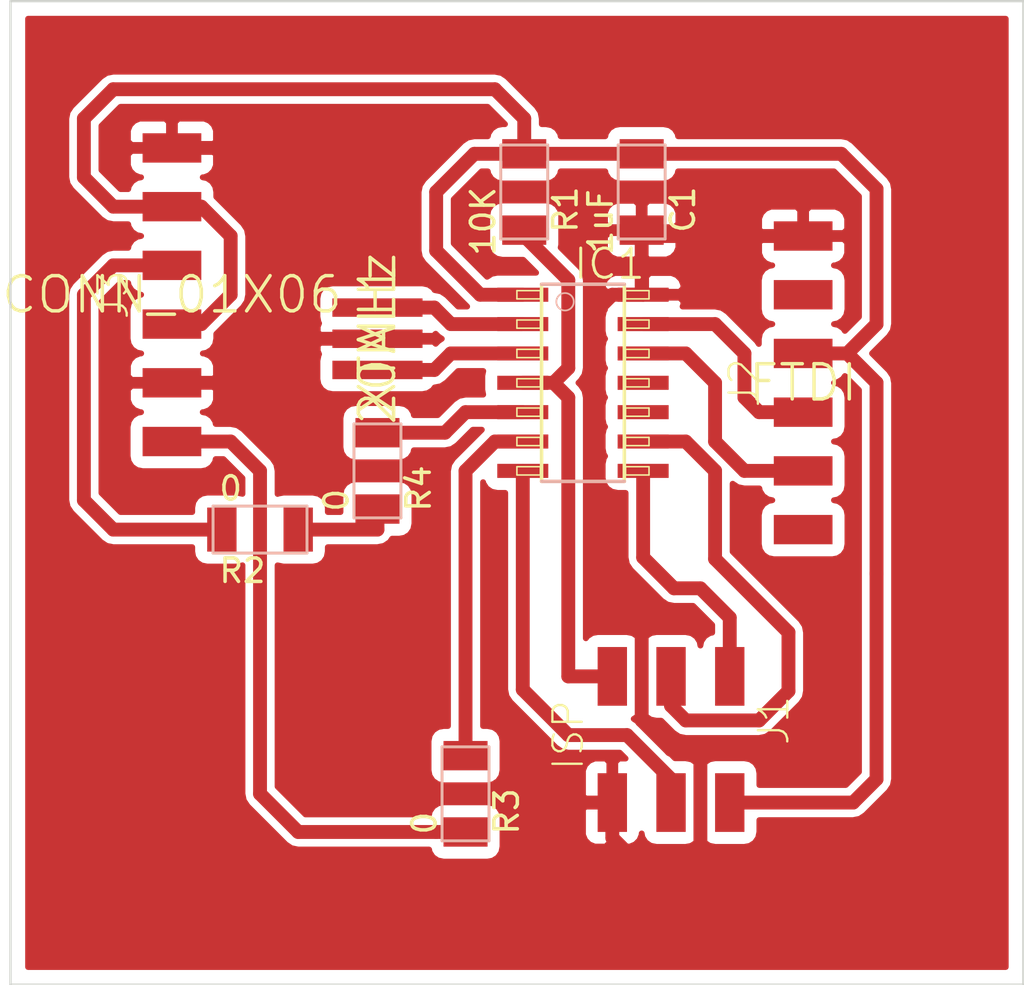
<source format=kicad_pcb>
(kicad_pcb (version 4) (host pcbnew 4.0.6-e0-6349~53~ubuntu14.04.1)

  (general
    (links 26)
    (no_connects 0)
    (area 141.994 45.669999 186.740001 88.315001)
    (thickness 1.6)
    (drawings 4)
    (tracks 124)
    (zones 0)
    (modules 10)
    (nets 20)
  )

  (page A4)
  (layers
    (0 F.Cu signal)
    (31 B.Cu signal)
    (32 B.Adhes user)
    (33 F.Adhes user)
    (34 B.Paste user)
    (35 F.Paste user)
    (36 B.SilkS user)
    (37 F.SilkS user)
    (38 B.Mask user)
    (39 F.Mask user)
    (40 Dwgs.User user)
    (41 Cmts.User user)
    (42 Eco1.User user)
    (43 Eco2.User user)
    (44 Edge.Cuts user)
    (45 Margin user)
    (46 B.CrtYd user)
    (47 F.CrtYd user)
    (48 B.Fab user)
    (49 F.Fab user)
  )

  (setup
    (last_trace_width 0.6)
    (trace_clearance 0.2)
    (zone_clearance 0.508)
    (zone_45_only no)
    (trace_min 0.2)
    (segment_width 0.2)
    (edge_width 0.1)
    (via_size 0.6)
    (via_drill 0.4)
    (via_min_size 0.4)
    (via_min_drill 0.3)
    (uvia_size 0.3)
    (uvia_drill 0.1)
    (uvias_allowed no)
    (uvia_min_size 0.2)
    (uvia_min_drill 0.1)
    (pcb_text_width 0.3)
    (pcb_text_size 1.5 1.5)
    (mod_edge_width 0.15)
    (mod_text_size 1 1)
    (mod_text_width 0.15)
    (pad_size 1.5 1.5)
    (pad_drill 0.6)
    (pad_to_mask_clearance 0)
    (aux_axis_origin 0 0)
    (visible_elements FFFFFF7F)
    (pcbplotparams
      (layerselection 0x00030_80000001)
      (usegerberextensions false)
      (excludeedgelayer true)
      (linewidth 0.100000)
      (plotframeref false)
      (viasonmask false)
      (mode 1)
      (useauxorigin false)
      (hpglpennumber 1)
      (hpglpenspeed 20)
      (hpglpendiameter 15)
      (hpglpenoverlay 2)
      (psnegative false)
      (psa4output false)
      (plotreference true)
      (plotvalue true)
      (plotinvisibletext false)
      (padsonsilk false)
      (subtractmaskfromsilk false)
      (outputformat 1)
      (mirror false)
      (drillshape 1)
      (scaleselection 1)
      (outputdirectory /home/crunchlab/Desktop/FA/13/source/flow/))
  )

  (net 0 "")
  (net 1 +5V)
  (net 2 GND)
  (net 3 XTAL1)
  (net 4 XTAL2)
  (net 5 RESET)
  (net 6 MOSI)
  (net 7 MISO)
  (net 8 SCK)
  (net 9 "Net-(IC1-Pad10)")
  (net 10 "Net-(IC1-Pad11)")
  (net 11 RX)
  (net 12 TX)
  (net 13 "Net-(J2-Pad2)")
  (net 14 "Net-(J2-Pad6)")
  (net 15 SERVO)
  (net 16 "Net-(J3-Pad3)")
  (net 17 FLOW)
  (net 18 "Net-(J3-Pad6)")
  (net 19 "Net-(R2-Pad1)")

  (net_class Default "Questo è il gruppo di collegamenti predefinito"
    (clearance 0.2)
    (trace_width 0.6)
    (via_dia 0.6)
    (via_drill 0.4)
    (uvia_dia 0.3)
    (uvia_drill 0.1)
    (add_net +5V)
    (add_net FLOW)
    (add_net GND)
    (add_net MISO)
    (add_net MOSI)
    (add_net "Net-(IC1-Pad10)")
    (add_net "Net-(IC1-Pad11)")
    (add_net "Net-(J2-Pad2)")
    (add_net "Net-(J2-Pad6)")
    (add_net "Net-(J3-Pad3)")
    (add_net "Net-(J3-Pad6)")
    (add_net "Net-(R2-Pad1)")
    (add_net RESET)
    (add_net RX)
    (add_net SCK)
    (add_net SERVO)
    (add_net TX)
    (add_net XTAL1)
    (add_net XTAL2)
  )

  (module FabInventory:fab-C1206FAB (layer F.Cu) (tedit 200000) (tstamp 58BF2DD6)
    (at 170.18 53.975 270)
    (path /58BDE84B)
    (attr smd)
    (fp_text reference C1 (at 0.762 -1.778 270) (layer F.SilkS)
      (effects (font (size 1.016 1.016) (thickness 0.1524)))
    )
    (fp_text value 1uF (at 1.27 1.778 270) (layer F.SilkS)
      (effects (font (size 1.016 1.016) (thickness 0.1524)))
    )
    (fp_line (start -2.032 -1.016) (end 2.032 -1.016) (layer B.SilkS) (width 0.127))
    (fp_line (start 2.032 -1.016) (end 2.032 1.016) (layer B.SilkS) (width 0.127))
    (fp_line (start 2.032 1.016) (end -2.032 1.016) (layer B.SilkS) (width 0.127))
    (fp_line (start -2.032 1.016) (end -2.032 -1.016) (layer B.SilkS) (width 0.127))
    (pad 1 smd rect (at -1.651 0 270) (size 1.27 1.905) (layers F.Cu F.Paste F.Mask)
      (net 1 +5V))
    (pad 2 smd rect (at 1.651 0 270) (size 1.27 1.905) (layers F.Cu F.Paste F.Mask)
      (net 2 GND))
  )

  (module FabInventory:fab-SOIC14 (layer F.Cu) (tedit 58BF2F6E) (tstamp 58BF2E2F)
    (at 167.64 62.23 270)
    (descr "SMALL OUTLINE PACKAGE")
    (tags "SMALL OUTLINE PACKAGE")
    (path /58BDE5BD)
    (attr smd)
    (fp_text reference IC1 (at -5.1435 -1.143 360) (layer F.SilkS)
      (effects (font (size 1.27 1.27) (thickness 0.127)))
    )
    (fp_text value ATTINY84-SSU (at 1.27 0.0635 270) (layer F.SilkS) hide
      (effects (font (size 1.27 1.27) (thickness 0.127)))
    )
    (fp_line (start -3.9878 -1.8415) (end -3.62966 -1.8415) (layer F.SilkS) (width 0.06604))
    (fp_line (start -3.62966 -1.8415) (end -3.62966 -2.8575) (layer F.SilkS) (width 0.06604))
    (fp_line (start -3.9878 -2.8575) (end -3.62966 -2.8575) (layer F.SilkS) (width 0.06604))
    (fp_line (start -3.9878 -1.8415) (end -3.9878 -2.8575) (layer F.SilkS) (width 0.06604))
    (fp_line (start -2.7178 -1.8415) (end -2.3622 -1.8415) (layer F.SilkS) (width 0.06604))
    (fp_line (start -2.3622 -1.8415) (end -2.3622 -2.8575) (layer F.SilkS) (width 0.06604))
    (fp_line (start -2.7178 -2.8575) (end -2.3622 -2.8575) (layer F.SilkS) (width 0.06604))
    (fp_line (start -2.7178 -1.8415) (end -2.7178 -2.8575) (layer F.SilkS) (width 0.06604))
    (fp_line (start -1.4478 -1.8415) (end -1.08966 -1.8415) (layer F.SilkS) (width 0.06604))
    (fp_line (start -1.08966 -1.8415) (end -1.08966 -2.8575) (layer F.SilkS) (width 0.06604))
    (fp_line (start -1.4478 -2.8575) (end -1.08966 -2.8575) (layer F.SilkS) (width 0.06604))
    (fp_line (start -1.4478 -1.8415) (end -1.4478 -2.8575) (layer F.SilkS) (width 0.06604))
    (fp_line (start -0.1778 -1.8415) (end 0.1778 -1.8415) (layer F.SilkS) (width 0.06604))
    (fp_line (start 0.1778 -1.8415) (end 0.1778 -2.8575) (layer F.SilkS) (width 0.06604))
    (fp_line (start -0.1778 -2.8575) (end 0.1778 -2.8575) (layer F.SilkS) (width 0.06604))
    (fp_line (start -0.1778 -1.8415) (end -0.1778 -2.8575) (layer F.SilkS) (width 0.06604))
    (fp_line (start 1.08966 -1.8415) (end 1.4478 -1.8415) (layer F.SilkS) (width 0.06604))
    (fp_line (start 1.4478 -1.8415) (end 1.4478 -2.8575) (layer F.SilkS) (width 0.06604))
    (fp_line (start 1.08966 -2.8575) (end 1.4478 -2.8575) (layer F.SilkS) (width 0.06604))
    (fp_line (start 1.08966 -1.8415) (end 1.08966 -2.8575) (layer F.SilkS) (width 0.06604))
    (fp_line (start 2.3622 -1.8415) (end 2.7178 -1.8415) (layer F.SilkS) (width 0.06604))
    (fp_line (start 2.7178 -1.8415) (end 2.7178 -2.8575) (layer F.SilkS) (width 0.06604))
    (fp_line (start 2.3622 -2.8575) (end 2.7178 -2.8575) (layer F.SilkS) (width 0.06604))
    (fp_line (start 2.3622 -1.8415) (end 2.3622 -2.8575) (layer F.SilkS) (width 0.06604))
    (fp_line (start 3.62966 -1.8415) (end 3.9878 -1.8415) (layer F.SilkS) (width 0.06604))
    (fp_line (start 3.9878 -1.8415) (end 3.9878 -2.8575) (layer F.SilkS) (width 0.06604))
    (fp_line (start 3.62966 -2.8575) (end 3.9878 -2.8575) (layer F.SilkS) (width 0.06604))
    (fp_line (start 3.62966 -1.8415) (end 3.62966 -2.8575) (layer F.SilkS) (width 0.06604))
    (fp_line (start 3.62966 2.8575) (end 3.9878 2.8575) (layer F.SilkS) (width 0.06604))
    (fp_line (start 3.9878 2.8575) (end 3.9878 1.8415) (layer F.SilkS) (width 0.06604))
    (fp_line (start 3.62966 1.8415) (end 3.9878 1.8415) (layer F.SilkS) (width 0.06604))
    (fp_line (start 3.62966 2.8575) (end 3.62966 1.8415) (layer F.SilkS) (width 0.06604))
    (fp_line (start 2.3622 2.8575) (end 2.7178 2.8575) (layer F.SilkS) (width 0.06604))
    (fp_line (start 2.7178 2.8575) (end 2.7178 1.8415) (layer F.SilkS) (width 0.06604))
    (fp_line (start 2.3622 1.8415) (end 2.7178 1.8415) (layer F.SilkS) (width 0.06604))
    (fp_line (start 2.3622 2.8575) (end 2.3622 1.8415) (layer F.SilkS) (width 0.06604))
    (fp_line (start 1.08966 2.8575) (end 1.4478 2.8575) (layer F.SilkS) (width 0.06604))
    (fp_line (start 1.4478 2.8575) (end 1.4478 1.8415) (layer F.SilkS) (width 0.06604))
    (fp_line (start 1.08966 1.8415) (end 1.4478 1.8415) (layer F.SilkS) (width 0.06604))
    (fp_line (start 1.08966 2.8575) (end 1.08966 1.8415) (layer F.SilkS) (width 0.06604))
    (fp_line (start -0.1778 2.8575) (end 0.1778 2.8575) (layer F.SilkS) (width 0.06604))
    (fp_line (start 0.1778 2.8575) (end 0.1778 1.8415) (layer F.SilkS) (width 0.06604))
    (fp_line (start -0.1778 1.8415) (end 0.1778 1.8415) (layer F.SilkS) (width 0.06604))
    (fp_line (start -0.1778 2.8575) (end -0.1778 1.8415) (layer F.SilkS) (width 0.06604))
    (fp_line (start -1.4478 2.8575) (end -1.08966 2.8575) (layer F.SilkS) (width 0.06604))
    (fp_line (start -1.08966 2.8575) (end -1.08966 1.8415) (layer F.SilkS) (width 0.06604))
    (fp_line (start -1.4478 1.8415) (end -1.08966 1.8415) (layer F.SilkS) (width 0.06604))
    (fp_line (start -1.4478 2.8575) (end -1.4478 1.8415) (layer F.SilkS) (width 0.06604))
    (fp_line (start -2.7178 2.8575) (end -2.3622 2.8575) (layer F.SilkS) (width 0.06604))
    (fp_line (start -2.3622 2.8575) (end -2.3622 1.8415) (layer F.SilkS) (width 0.06604))
    (fp_line (start -2.7178 1.8415) (end -2.3622 1.8415) (layer F.SilkS) (width 0.06604))
    (fp_line (start -2.7178 2.8575) (end -2.7178 1.8415) (layer F.SilkS) (width 0.06604))
    (fp_line (start -3.9878 2.8575) (end -3.62966 2.8575) (layer F.SilkS) (width 0.06604))
    (fp_line (start -3.62966 2.8575) (end -3.62966 1.8415) (layer F.SilkS) (width 0.06604))
    (fp_line (start -3.9878 1.8415) (end -3.62966 1.8415) (layer F.SilkS) (width 0.06604))
    (fp_line (start -3.9878 2.8575) (end -3.9878 1.8415) (layer F.SilkS) (width 0.06604))
    (fp_line (start -4.26466 1.7907) (end 4.26466 1.7907) (layer F.SilkS) (width 0.1524))
    (fp_line (start 4.26466 1.7907) (end 4.26466 -1.7907) (layer B.SilkS) (width 0.1524))
    (fp_line (start 4.26466 -1.7907) (end -4.26466 -1.7907) (layer F.SilkS) (width 0.1524))
    (fp_line (start -4.26466 -1.7907) (end -4.26466 1.7907) (layer B.SilkS) (width 0.1524))
    (fp_circle (center -3.5052 0.7747) (end -3.7719 1.0414) (layer B.SilkS) (width 0.0762))
    (pad 1 smd rect (at -3.81 2.6035 270) (size 0.6096 2.20726) (layers F.Cu F.Paste F.Mask)
      (net 1 +5V))
    (pad 2 smd rect (at -2.54 2.6035 270) (size 0.6096 2.20726) (layers F.Cu F.Paste F.Mask)
      (net 3 XTAL1))
    (pad 3 smd rect (at -1.27 2.6035 270) (size 0.6096 2.20726) (layers F.Cu F.Paste F.Mask)
      (net 4 XTAL2))
    (pad 4 smd rect (at 0 2.6035 270) (size 0.6096 2.20726) (layers F.Cu F.Paste F.Mask)
      (net 5 RESET))
    (pad 5 smd rect (at 1.27 2.6035 270) (size 0.6096 2.20726) (layers F.Cu F.Paste F.Mask)
      (net 15 SERVO))
    (pad 6 smd rect (at 2.54 2.6035 270) (size 0.6096 2.20726) (layers F.Cu F.Paste F.Mask)
      (net 17 FLOW))
    (pad 7 smd rect (at 3.81 2.6035 270) (size 0.6096 2.20726) (layers F.Cu F.Paste F.Mask)
      (net 6 MOSI))
    (pad 8 smd rect (at 3.81 -2.6035 270) (size 0.6096 2.20726) (layers F.Cu F.Paste F.Mask)
      (net 7 MISO))
    (pad 9 smd rect (at 2.54 -2.6035 270) (size 0.6096 2.20726) (layers F.Cu F.Paste F.Mask)
      (net 8 SCK))
    (pad 10 smd rect (at 1.27 -2.6035 270) (size 0.6096 2.20726) (layers F.Cu F.Paste F.Mask)
      (net 9 "Net-(IC1-Pad10)"))
    (pad 11 smd rect (at 0 -2.6035 270) (size 0.6096 2.20726) (layers F.Cu F.Paste F.Mask)
      (net 10 "Net-(IC1-Pad11)"))
    (pad 12 smd rect (at -1.27 -2.6035 270) (size 0.6096 2.20726) (layers F.Cu F.Paste F.Mask)
      (net 11 RX))
    (pad 13 smd rect (at -2.54 -2.6035 270) (size 0.6096 2.20726) (layers F.Cu F.Paste F.Mask)
      (net 12 TX))
    (pad 14 smd rect (at -3.81 -2.6035 270) (size 0.6096 2.20726) (layers F.Cu F.Paste F.Mask)
      (net 2 GND))
  )

  (module FabInventory:fab-2X03SMD (layer F.Cu) (tedit 200000) (tstamp 58BF2E39)
    (at 171.45 77.47 270)
    (path /58BDE89B)
    (attr smd)
    (fp_text reference J1 (at -0.635 -4.445 270) (layer F.SilkS)
      (effects (font (size 1.27 1.27) (thickness 0.1016)))
    )
    (fp_text value ISP (at 0 4.445 270) (layer F.SilkS)
      (effects (font (size 1.27 1.27) (thickness 0.1016)))
    )
    (pad 1 smd rect (at -2.54 -2.54 270) (size 2.54 1.27) (layers F.Cu F.Paste F.Mask)
      (net 7 MISO))
    (pad 2 smd rect (at 2.91846 -2.54 270) (size 2.54 1.27) (layers F.Cu F.Paste F.Mask)
      (net 1 +5V))
    (pad 3 smd rect (at -2.54 0 270) (size 2.54 1.27) (layers F.Cu F.Paste F.Mask)
      (net 8 SCK))
    (pad 4 smd rect (at 2.91846 0 270) (size 2.54 1.27) (layers F.Cu F.Paste F.Mask)
      (net 6 MOSI))
    (pad 5 smd rect (at -2.54 2.54 270) (size 2.54 1.27) (layers F.Cu F.Paste F.Mask)
      (net 5 RESET))
    (pad 6 smd rect (at 2.91846 2.54 270) (size 2.54 1.27) (layers F.Cu F.Paste F.Mask)
      (net 2 GND))
  )

  (module FabInventory:fab-1X06SMD (layer F.Cu) (tedit 200000) (tstamp 58BF2E43)
    (at 177.165 62.23)
    (path /58BDE975)
    (attr smd)
    (fp_text reference J2 (at -2.54 0 90) (layer F.SilkS)
      (effects (font (size 1.27 1.27) (thickness 0.1016)))
    )
    (fp_text value FTDI (at 0 0) (layer F.SilkS)
      (effects (font (thickness 0.15)))
    )
    (pad 1 smd rect (at 0 -6.35) (size 2.54 1.27) (layers F.Cu F.Paste F.Mask)
      (net 2 GND))
    (pad 2 smd rect (at 0 -3.81) (size 2.54 1.27) (layers F.Cu F.Paste F.Mask)
      (net 13 "Net-(J2-Pad2)"))
    (pad 3 smd rect (at 0 -1.27) (size 2.54 1.27) (layers F.Cu F.Paste F.Mask)
      (net 1 +5V))
    (pad 4 smd rect (at 0 1.27) (size 2.54 1.27) (layers F.Cu F.Paste F.Mask)
      (net 12 TX))
    (pad 5 smd rect (at 0 3.81) (size 2.54 1.27) (layers F.Cu F.Paste F.Mask)
      (net 11 RX))
    (pad 6 smd rect (at 0 6.35) (size 2.54 1.27) (layers F.Cu F.Paste F.Mask)
      (net 14 "Net-(J2-Pad6)"))
  )

  (module FabInventory:fab-R1206FAB (layer F.Cu) (tedit 200000) (tstamp 58BF2E4D)
    (at 165.1 53.975 270)
    (path /58BDE73D)
    (attr smd)
    (fp_text reference R1 (at 0.762 -1.778 270) (layer F.SilkS)
      (effects (font (size 1.016 1.016) (thickness 0.1524)))
    )
    (fp_text value 10K (at 1.27 1.778 270) (layer F.SilkS)
      (effects (font (size 1.016 1.016) (thickness 0.1524)))
    )
    (fp_line (start -2.032 -1.016) (end 2.032 -1.016) (layer B.SilkS) (width 0.127))
    (fp_line (start 2.032 -1.016) (end 2.032 1.016) (layer B.SilkS) (width 0.127))
    (fp_line (start 2.032 1.016) (end -2.032 1.016) (layer B.SilkS) (width 0.127))
    (fp_line (start -2.032 1.016) (end -2.032 -1.016) (layer B.SilkS) (width 0.127))
    (pad 1 smd rect (at -1.651 0 270) (size 1.27 1.905) (layers F.Cu F.Paste F.Mask)
      (net 1 +5V))
    (pad 2 smd rect (at 1.651 0 270) (size 1.27 1.905) (layers F.Cu F.Paste F.Mask)
      (net 5 RESET))
  )

  (module FabInventory:fab-EFOBM (layer F.Cu) (tedit 200000) (tstamp 58BF2E9C)
    (at 158.75 60.325 270)
    (path /58BDE91A)
    (attr smd)
    (fp_text reference XTAL1 (at 0 0 270) (layer F.SilkS)
      (effects (font (thickness 0.15)))
    )
    (fp_text value 20MHz (at 0 0 270) (layer F.SilkS)
      (effects (font (thickness 0.15)))
    )
    (pad 1 smd rect (at -1.34874 0) (size 3.8989 0.79756) (layers F.Cu F.Paste F.Mask)
      (net 3 XTAL1))
    (pad 2 smd rect (at 0 0 180) (size 3.8989 0.79756) (layers F.Cu F.Paste F.Mask)
      (net 2 GND))
    (pad 3 smd rect (at 1.34874 0 180) (size 3.8989 0.79756) (layers F.Cu F.Paste F.Mask)
      (net 4 XTAL2))
  )

  (module fab:fab-1X06SMD (layer F.Cu) (tedit 200000) (tstamp 58E41379)
    (at 149.86 58.42)
    (path /5908FE69)
    (attr smd)
    (fp_text reference J3 (at -2.54 0 90) (layer F.SilkS)
      (effects (font (size 1.27 1.27) (thickness 0.1016)))
    )
    (fp_text value CONN_01X06 (at 0 0) (layer F.SilkS)
      (effects (font (thickness 0.15)))
    )
    (pad 1 smd rect (at 0 -6.35) (size 2.54 1.27) (layers F.Cu F.Paste F.Mask)
      (net 2 GND))
    (pad 2 smd rect (at 0 -3.81) (size 2.54 1.27) (layers F.Cu F.Paste F.Mask)
      (net 1 +5V))
    (pad 3 smd rect (at 0 -1.27) (size 2.54 1.27) (layers F.Cu F.Paste F.Mask)
      (net 16 "Net-(J3-Pad3)"))
    (pad 4 smd rect (at 0 1.27) (size 2.54 1.27) (layers F.Cu F.Paste F.Mask)
      (net 1 +5V))
    (pad 5 smd rect (at 0 3.81) (size 2.54 1.27) (layers F.Cu F.Paste F.Mask)
      (net 2 GND))
    (pad 6 smd rect (at 0 6.35) (size 2.54 1.27) (layers F.Cu F.Paste F.Mask)
      (net 18 "Net-(J3-Pad6)"))
  )

  (module fab:fab-R1206FAB (layer F.Cu) (tedit 200000) (tstamp 58E4137F)
    (at 153.67 68.58 180)
    (path /58E419E7)
    (attr smd)
    (fp_text reference R2 (at 0.762 -1.778 180) (layer F.SilkS)
      (effects (font (size 1.016 1.016) (thickness 0.1524)))
    )
    (fp_text value 0 (at 1.27 1.778 180) (layer F.SilkS)
      (effects (font (size 1.016 1.016) (thickness 0.1524)))
    )
    (fp_line (start -2.032 -1.016) (end 2.032 -1.016) (layer B.SilkS) (width 0.127))
    (fp_line (start 2.032 -1.016) (end 2.032 1.016) (layer B.SilkS) (width 0.127))
    (fp_line (start 2.032 1.016) (end -2.032 1.016) (layer B.SilkS) (width 0.127))
    (fp_line (start -2.032 1.016) (end -2.032 -1.016) (layer B.SilkS) (width 0.127))
    (pad 1 smd rect (at -1.651 0 180) (size 1.27 1.905) (layers F.Cu F.Paste F.Mask)
      (net 19 "Net-(R2-Pad1)"))
    (pad 2 smd rect (at 1.651 0 180) (size 1.27 1.905) (layers F.Cu F.Paste F.Mask)
      (net 16 "Net-(J3-Pad3)"))
  )

  (module fab:fab-R1206FAB (layer F.Cu) (tedit 200000) (tstamp 5908F78A)
    (at 162.56 80.01 270)
    (path /5908FA1D)
    (attr smd)
    (fp_text reference R3 (at 0.762 -1.778 270) (layer F.SilkS)
      (effects (font (size 1.016 1.016) (thickness 0.1524)))
    )
    (fp_text value 0 (at 1.27 1.778 270) (layer F.SilkS)
      (effects (font (size 1.016 1.016) (thickness 0.1524)))
    )
    (fp_line (start -2.032 -1.016) (end 2.032 -1.016) (layer B.SilkS) (width 0.127))
    (fp_line (start 2.032 -1.016) (end 2.032 1.016) (layer B.SilkS) (width 0.127))
    (fp_line (start 2.032 1.016) (end -2.032 1.016) (layer B.SilkS) (width 0.127))
    (fp_line (start -2.032 1.016) (end -2.032 -1.016) (layer B.SilkS) (width 0.127))
    (pad 1 smd rect (at -1.651 0 270) (size 1.27 1.905) (layers F.Cu F.Paste F.Mask)
      (net 17 FLOW))
    (pad 2 smd rect (at 1.651 0 270) (size 1.27 1.905) (layers F.Cu F.Paste F.Mask)
      (net 18 "Net-(J3-Pad6)"))
  )

  (module fab:fab-R1206FAB (layer F.Cu) (tedit 200000) (tstamp 5908F790)
    (at 158.75 66.04 270)
    (path /5908FD41)
    (attr smd)
    (fp_text reference R4 (at 0.762 -1.778 270) (layer F.SilkS)
      (effects (font (size 1.016 1.016) (thickness 0.1524)))
    )
    (fp_text value 0 (at 1.27 1.778 270) (layer F.SilkS)
      (effects (font (size 1.016 1.016) (thickness 0.1524)))
    )
    (fp_line (start -2.032 -1.016) (end 2.032 -1.016) (layer B.SilkS) (width 0.127))
    (fp_line (start 2.032 -1.016) (end 2.032 1.016) (layer B.SilkS) (width 0.127))
    (fp_line (start 2.032 1.016) (end -2.032 1.016) (layer B.SilkS) (width 0.127))
    (fp_line (start -2.032 1.016) (end -2.032 -1.016) (layer B.SilkS) (width 0.127))
    (pad 1 smd rect (at -1.651 0 270) (size 1.27 1.905) (layers F.Cu F.Paste F.Mask)
      (net 15 SERVO))
    (pad 2 smd rect (at 1.651 0 270) (size 1.27 1.905) (layers F.Cu F.Paste F.Mask)
      (net 19 "Net-(R2-Pad1)"))
  )

  (gr_line (start 142.875 88.265) (end 142.875 45.72) (angle 90) (layer Edge.Cuts) (width 0.1))
  (gr_line (start 186.69 88.265) (end 142.875 88.265) (angle 90) (layer Edge.Cuts) (width 0.1))
  (gr_line (start 186.69 45.72) (end 186.69 88.265) (angle 90) (layer Edge.Cuts) (width 0.1))
  (gr_line (start 142.875 45.72) (end 186.69 45.72) (angle 90) (layer Edge.Cuts) (width 0.1))

  (segment (start 149.86 54.61) (end 151.13 54.61) (width 0.6) (layer F.Cu) (net 1))
  (segment (start 151.13 54.61) (end 152.4 55.88) (width 0.6) (layer F.Cu) (net 1) (tstamp 5908FA02))
  (segment (start 152.4 58.42) (end 151.13 59.69) (width 0.6) (layer F.Cu) (net 1) (tstamp 5908FA08))
  (segment (start 152.4 55.88) (end 152.4 58.42) (width 0.6) (layer F.Cu) (net 1) (tstamp 5908FA05))
  (segment (start 151.13 59.69) (end 149.86 59.69) (width 0.6) (layer F.Cu) (net 1) (tstamp 5908FA0B))
  (segment (start 149.86 54.61) (end 147.32 54.61) (width 0.6) (layer F.Cu) (net 1))
  (segment (start 165.1 50.8) (end 165.1 52.324) (width 0.6) (layer F.Cu) (net 1) (tstamp 58E4144A))
  (segment (start 163.83 49.53) (end 165.1 50.8) (width 0.6) (layer F.Cu) (net 1) (tstamp 58E41448))
  (segment (start 147.32 49.53) (end 163.83 49.53) (width 0.6) (layer F.Cu) (net 1) (tstamp 58E41443))
  (segment (start 146.05 50.8) (end 147.32 49.53) (width 0.6) (layer F.Cu) (net 1) (tstamp 58E41441))
  (segment (start 146.05 53.34) (end 146.05 50.8) (width 0.6) (layer F.Cu) (net 1) (tstamp 58E4143F))
  (segment (start 147.32 54.61) (end 146.05 53.34) (width 0.6) (layer F.Cu) (net 1) (tstamp 58E4143C))
  (segment (start 180.34 70.485) (end 180.34 79.375) (width 0.6) (layer F.Cu) (net 1))
  (segment (start 180.34 62.23) (end 180.34 70.485) (width 0.6) (layer F.Cu) (net 1) (tstamp 58BF334A))
  (segment (start 179.07 60.96) (end 180.34 62.23) (width 0.6) (layer F.Cu) (net 1) (tstamp 58BF3348))
  (segment (start 179.32654 80.38846) (end 173.99 80.38846) (width 0.6) (layer F.Cu) (net 1) (tstamp 58BF33C5))
  (segment (start 180.34 79.375) (end 179.32654 80.38846) (width 0.6) (layer F.Cu) (net 1) (tstamp 58BF33C1))
  (segment (start 177.165 60.96) (end 179.07 60.96) (width 0.6) (layer F.Cu) (net 1))
  (segment (start 170.18 52.324) (end 178.816 52.324) (width 0.6) (layer F.Cu) (net 1))
  (segment (start 180.34 59.69) (end 179.07 60.96) (width 0.6) (layer F.Cu) (net 1) (tstamp 58BF3326))
  (segment (start 180.34 53.848) (end 180.34 59.69) (width 0.6) (layer F.Cu) (net 1) (tstamp 58BF3325))
  (segment (start 178.816 52.324) (end 180.34 53.848) (width 0.6) (layer F.Cu) (net 1) (tstamp 58BF3324))
  (segment (start 165.1 52.324) (end 170.18 52.324) (width 0.6) (layer F.Cu) (net 1))
  (segment (start 162.941 52.324) (end 165.1 52.324) (width 0.6) (layer F.Cu) (net 1) (tstamp 58BF32ED))
  (segment (start 161.29 53.975) (end 162.941 52.324) (width 0.6) (layer F.Cu) (net 1) (tstamp 58BF32EB))
  (segment (start 161.29 56.515) (end 161.29 53.975) (width 0.6) (layer F.Cu) (net 1) (tstamp 58BF32E9))
  (segment (start 163.195 58.42) (end 161.29 56.515) (width 0.6) (layer F.Cu) (net 1) (tstamp 58BF32E7))
  (segment (start 165.0365 58.42) (end 163.195 58.42) (width 0.6) (layer F.Cu) (net 1))
  (segment (start 170.18 55.626) (end 170.18 58.3565) (width 0.6) (layer F.Cu) (net 2))
  (segment (start 161.29 67.31) (end 160.02 66.04) (width 0.6) (layer F.Cu) (net 2))
  (segment (start 160.02 66.04) (end 156.21 66.04) (width 0.6) (layer F.Cu) (net 2) (tstamp 5908F9E8))
  (segment (start 156.21 66.04) (end 153.67 63.5) (width 0.6) (layer F.Cu) (net 2) (tstamp 5908F9E9))
  (segment (start 153.67 63.5) (end 153.67 62.23) (width 0.6) (layer F.Cu) (net 2) (tstamp 5908F9EB))
  (segment (start 168.91 80.38846) (end 166.74846 80.38846) (width 0.6) (layer F.Cu) (net 2))
  (segment (start 161.29 71.12) (end 161.29 67.31) (width 0.6) (layer F.Cu) (net 2) (tstamp 5908F9A1))
  (segment (start 158.75 73.66) (end 161.29 71.12) (width 0.6) (layer F.Cu) (net 2) (tstamp 5908F999))
  (segment (start 158.75 78.74) (end 158.75 73.66) (width 0.6) (layer F.Cu) (net 2) (tstamp 5908F993))
  (segment (start 160.02 80.01) (end 158.75 78.74) (width 0.6) (layer F.Cu) (net 2) (tstamp 5908F98E))
  (segment (start 166.37 80.01) (end 160.02 80.01) (width 0.6) (layer F.Cu) (net 2) (tstamp 5908F985))
  (segment (start 166.74846 80.38846) (end 166.37 80.01) (width 0.6) (layer F.Cu) (net 2) (tstamp 5908F97F))
  (segment (start 172.72 82.55) (end 169.545 82.55) (width 0.6) (layer F.Cu) (net 2) (tstamp 58BF34C3))
  (segment (start 169.545 82.55) (end 168.91 81.915) (width 0.6) (layer F.Cu) (net 2) (tstamp 58BF34CD))
  (segment (start 168.91 81.915) (end 168.91 80.38846) (width 0.6) (layer F.Cu) (net 2) (tstamp 58BF34D7))
  (segment (start 153.67 62.23) (end 149.86 62.23) (width 0.6) (layer F.Cu) (net 2))
  (segment (start 153.67 62.23) (end 155.575 60.325) (width 0.6) (layer F.Cu) (net 2) (tstamp 5908F9EC))
  (segment (start 158.75 60.325) (end 155.575 60.325) (width 0.6) (layer F.Cu) (net 2))
  (segment (start 155.575 60.325) (end 153.67 58.42) (width 0.6) (layer F.Cu) (net 2) (tstamp 58E4140C))
  (segment (start 153.67 58.42) (end 153.67 53.34) (width 0.6) (layer F.Cu) (net 2) (tstamp 58E41411))
  (segment (start 153.67 53.34) (end 152.4 52.07) (width 0.6) (layer F.Cu) (net 2) (tstamp 58E41413))
  (segment (start 152.4 52.07) (end 149.86 52.07) (width 0.6) (layer F.Cu) (net 2) (tstamp 58E41419))
  (segment (start 177.165 55.88) (end 170.434 55.88) (width 0.6) (layer F.Cu) (net 2))
  (segment (start 170.434 55.88) (end 170.18 55.626) (width 0.6) (layer F.Cu) (net 2) (tstamp 58BF3321))
  (segment (start 171.45 78.105) (end 172.72 78.105) (width 0.6) (layer F.Cu) (net 2) (tstamp 58BF34AB))
  (segment (start 172.72 78.105) (end 172.72 82.55) (width 0.6) (layer F.Cu) (net 2) (tstamp 58BF34C0))
  (segment (start 170.18 76.835) (end 171.45 78.105) (width 0.6) (layer F.Cu) (net 2))
  (segment (start 170.18 73.025) (end 170.18 76.835) (width 0.6) (layer F.Cu) (net 2) (tstamp 58BF3499))
  (segment (start 168.275 69.85) (end 168.275 71.12) (width 0.6) (layer F.Cu) (net 2))
  (segment (start 168.275 59.055) (end 168.275 69.85) (width 0.6) (layer F.Cu) (net 2) (tstamp 58BF3353))
  (segment (start 168.275 71.12) (end 170.18 73.025) (width 0.6) (layer F.Cu) (net 2) (tstamp 58BF3493))
  (segment (start 168.91 58.42) (end 168.275 59.055) (width 0.6) (layer F.Cu) (net 2) (tstamp 58BF3352))
  (segment (start 170.2435 58.42) (end 168.91 58.42) (width 0.6) (layer F.Cu) (net 2))
  (segment (start 170.18 58.3565) (end 170.2435 58.42) (width 0.6) (layer F.Cu) (net 2) (tstamp 58BF32F4))
  (segment (start 158.75 58.97626) (end 161.21126 58.97626) (width 0.6) (layer F.Cu) (net 3))
  (segment (start 161.925 59.69) (end 165.0365 59.69) (width 0.6) (layer F.Cu) (net 3) (tstamp 58BF3306))
  (segment (start 161.21126 58.97626) (end 161.925 59.69) (width 0.6) (layer F.Cu) (net 3) (tstamp 58BF3305))
  (segment (start 158.75 61.67374) (end 161.21126 61.67374) (width 0.6) (layer F.Cu) (net 4))
  (segment (start 161.925 60.96) (end 165.0365 60.96) (width 0.6) (layer F.Cu) (net 4) (tstamp 58BF330A))
  (segment (start 161.21126 61.67374) (end 161.925 60.96) (width 0.6) (layer F.Cu) (net 4) (tstamp 58BF3309))
  (segment (start 165.0365 62.23) (end 166.37 62.23) (width 0.6) (layer F.Cu) (net 5))
  (segment (start 166.37 62.23) (end 167.005 62.865) (width 0.6) (layer F.Cu) (net 5) (tstamp 58BF3453))
  (segment (start 167.005 74.93) (end 168.91 74.93) (width 0.6) (layer F.Cu) (net 5) (tstamp 58BF3459))
  (segment (start 167.005 62.865) (end 167.005 74.93) (width 0.6) (layer F.Cu) (net 5) (tstamp 58BF3455))
  (segment (start 165.1 55.626) (end 165.1 55.88) (width 0.6) (layer F.Cu) (net 5))
  (segment (start 165.1 55.88) (end 167.005 57.785) (width 0.6) (layer F.Cu) (net 5) (tstamp 58BF32F7))
  (segment (start 167.005 61.595) (end 166.37 62.23) (width 0.6) (layer F.Cu) (net 5) (tstamp 58BF32FA))
  (segment (start 167.005 57.785) (end 167.005 61.595) (width 0.6) (layer F.Cu) (net 5) (tstamp 58BF32F8))
  (segment (start 171.45 80.38846) (end 171.45 79.375) (width 0.6) (layer F.Cu) (net 6))
  (segment (start 171.45 79.375) (end 169.545 77.47) (width 0.6) (layer F.Cu) (net 6) (tstamp 58BF34E4))
  (segment (start 169.545 77.47) (end 167.005 77.47) (width 0.6) (layer F.Cu) (net 6) (tstamp 58BF34E8))
  (segment (start 167.005 77.47) (end 165.0365 75.5015) (width 0.6) (layer F.Cu) (net 6) (tstamp 58BF34EA))
  (segment (start 165.0365 75.5015) (end 165.0365 66.04) (width 0.6) (layer F.Cu) (net 6) (tstamp 58BF34EC))
  (segment (start 170.2435 66.04) (end 170.2435 69.7865) (width 0.6) (layer F.Cu) (net 7))
  (segment (start 173.99 72.39) (end 173.99 74.93) (width 0.6) (layer F.Cu) (net 7) (tstamp 58BF33EA))
  (segment (start 172.72 71.12) (end 173.99 72.39) (width 0.6) (layer F.Cu) (net 7) (tstamp 58BF33E8))
  (segment (start 171.577 71.12) (end 172.72 71.12) (width 0.6) (layer F.Cu) (net 7) (tstamp 58BF33E1))
  (segment (start 170.2435 69.7865) (end 171.577 71.12) (width 0.6) (layer F.Cu) (net 7) (tstamp 58BF33DF))
  (segment (start 170.2435 64.77) (end 172.085 64.77) (width 0.6) (layer F.Cu) (net 8))
  (segment (start 172.085 76.835) (end 171.45 76.2) (width 0.6) (layer F.Cu) (net 8) (tstamp 58BF3430))
  (segment (start 175.26 76.835) (end 172.085 76.835) (width 0.6) (layer F.Cu) (net 8) (tstamp 58BF342D))
  (segment (start 176.53 75.565) (end 175.26 76.835) (width 0.6) (layer F.Cu) (net 8) (tstamp 58BF3420))
  (segment (start 176.53 73.025) (end 176.53 75.565) (width 0.6) (layer F.Cu) (net 8) (tstamp 58BF3418))
  (segment (start 173.355 69.85) (end 176.53 73.025) (width 0.6) (layer F.Cu) (net 8) (tstamp 58BF3412))
  (segment (start 173.355 66.04) (end 173.355 69.85) (width 0.6) (layer F.Cu) (net 8) (tstamp 58BF33F4))
  (segment (start 172.085 64.77) (end 173.355 66.04) (width 0.6) (layer F.Cu) (net 8) (tstamp 58BF33F1))
  (segment (start 171.45 76.2) (end 171.45 74.93) (width 0.6) (layer F.Cu) (net 8) (tstamp 58BF3433))
  (segment (start 170.2435 60.96) (end 172.085 60.96) (width 0.6) (layer F.Cu) (net 11))
  (segment (start 174.625 66.04) (end 177.165 66.04) (width 0.6) (layer F.Cu) (net 11) (tstamp 58BF3339))
  (segment (start 173.355 64.77) (end 174.625 66.04) (width 0.6) (layer F.Cu) (net 11) (tstamp 58BF3338))
  (segment (start 173.355 62.23) (end 173.355 64.77) (width 0.6) (layer F.Cu) (net 11) (tstamp 58BF3336))
  (segment (start 172.085 60.96) (end 173.355 62.23) (width 0.6) (layer F.Cu) (net 11) (tstamp 58BF3333))
  (segment (start 170.2435 59.69) (end 173.355 59.69) (width 0.6) (layer F.Cu) (net 12))
  (segment (start 175.26 63.5) (end 177.165 63.5) (width 0.6) (layer F.Cu) (net 12) (tstamp 58BF3330))
  (segment (start 174.625 62.865) (end 175.26 63.5) (width 0.6) (layer F.Cu) (net 12) (tstamp 58BF332F))
  (segment (start 174.625 60.96) (end 174.625 62.865) (width 0.6) (layer F.Cu) (net 12) (tstamp 58BF332E))
  (segment (start 173.355 59.69) (end 174.625 60.96) (width 0.6) (layer F.Cu) (net 12) (tstamp 58BF332C))
  (segment (start 165.0365 63.5) (end 162.56 63.5) (width 0.6) (layer F.Cu) (net 15))
  (segment (start 161.671 64.389) (end 158.75 64.389) (width 0.6) (layer F.Cu) (net 15) (tstamp 5908F8CF))
  (segment (start 162.56 63.5) (end 161.671 64.389) (width 0.6) (layer F.Cu) (net 15) (tstamp 5908F8CA))
  (segment (start 152.019 68.58) (end 147.32 68.58) (width 0.6) (layer F.Cu) (net 16))
  (segment (start 147.32 57.15) (end 149.86 57.15) (width 0.6) (layer F.Cu) (net 16) (tstamp 5908F8FC))
  (segment (start 146.05 58.42) (end 147.32 57.15) (width 0.6) (layer F.Cu) (net 16) (tstamp 5908F8F7))
  (segment (start 146.05 67.31) (end 146.05 58.42) (width 0.6) (layer F.Cu) (net 16) (tstamp 5908F8F5))
  (segment (start 147.32 68.58) (end 146.05 67.31) (width 0.6) (layer F.Cu) (net 16) (tstamp 5908F8F3))
  (segment (start 165.0365 64.77) (end 163.83 64.77) (width 0.6) (layer F.Cu) (net 17))
  (segment (start 162.56 66.04) (end 162.56 78.359) (width 0.6) (layer F.Cu) (net 17) (tstamp 5908FA24))
  (segment (start 163.83 64.77) (end 162.56 66.04) (width 0.6) (layer F.Cu) (net 17) (tstamp 5908FA22))
  (segment (start 162.56 81.661) (end 161.29 81.661) (width 0.6) (layer F.Cu) (net 18))
  (segment (start 155.321 81.661) (end 153.67 80.01) (width 0.6) (layer F.Cu) (net 18) (tstamp 5908F919))
  (segment (start 153.67 80.01) (end 153.67 66.04) (width 0.6) (layer F.Cu) (net 18) (tstamp 5908F91F))
  (segment (start 153.67 66.04) (end 152.4 64.77) (width 0.6) (layer F.Cu) (net 18) (tstamp 5908F924))
  (segment (start 152.4 64.77) (end 149.86 64.77) (width 0.6) (layer F.Cu) (net 18) (tstamp 5908F926))
  (segment (start 161.29 81.661) (end 155.321 81.661) (width 0.6) (layer F.Cu) (net 18))
  (segment (start 158.75 67.691) (end 158.75 68.58) (width 0.6) (layer F.Cu) (net 19))
  (segment (start 158.75 68.58) (end 155.321 68.58) (width 0.6) (layer F.Cu) (net 19) (tstamp 5908F8D9))

  (zone (net 2) (net_name GND) (layer F.Cu) (tstamp 58BF367E) (hatch edge 0.508)
    (connect_pads (clearance 0.508))
    (min_thickness 0.254)
    (fill yes (arc_segments 16) (thermal_gap 0.508) (thermal_bridge_width 0.508))
    (polygon
      (pts
        (xy 186.055 87.63) (xy 143.51 87.63) (xy 143.51 46.355) (xy 186.055 46.355)
      )
    )
    (filled_polygon
      (pts
        (xy 185.928 87.503) (xy 143.637 87.503) (xy 143.637 50.8) (xy 145.29 50.8) (xy 145.29 53.34)
        (xy 145.347852 53.630839) (xy 145.512599 53.877401) (xy 146.782599 55.147401) (xy 147.02916 55.312148) (xy 147.32 55.37)
        (xy 147.96608 55.37) (xy 147.986838 55.480317) (xy 148.12591 55.696441) (xy 148.33811 55.841431) (xy 148.526314 55.879543)
        (xy 148.354683 55.911838) (xy 148.138559 56.05091) (xy 147.993569 56.26311) (xy 147.967873 56.39) (xy 147.32 56.39)
        (xy 147.02916 56.447852) (xy 146.782599 56.612599) (xy 145.512599 57.882599) (xy 145.347852 58.129161) (xy 145.29 58.42)
        (xy 145.29 67.31) (xy 145.347852 67.600839) (xy 145.512599 67.847401) (xy 146.782599 69.117401) (xy 147.02916 69.282148)
        (xy 147.32 69.34) (xy 150.73656 69.34) (xy 150.73656 69.5325) (xy 150.780838 69.767817) (xy 150.91991 69.983941)
        (xy 151.13211 70.128931) (xy 151.384 70.17994) (xy 152.654 70.17994) (xy 152.889317 70.135662) (xy 152.91 70.122353)
        (xy 152.91 80.01) (xy 152.967852 80.300839) (xy 153.132599 80.547401) (xy 154.783599 82.198401) (xy 155.030161 82.363148)
        (xy 155.321 82.421) (xy 160.98358 82.421) (xy 161.004338 82.531317) (xy 161.14341 82.747441) (xy 161.35561 82.892431)
        (xy 161.6075 82.94344) (xy 163.5125 82.94344) (xy 163.747817 82.899162) (xy 163.963941 82.76009) (xy 164.108931 82.54789)
        (xy 164.15994 82.296) (xy 164.15994 81.026) (xy 164.115662 80.790683) (xy 164.040714 80.67421) (xy 167.64 80.67421)
        (xy 167.64 81.784769) (xy 167.736673 82.018158) (xy 167.915301 82.196787) (xy 168.14869 82.29346) (xy 168.62425 82.29346)
        (xy 168.783 82.13471) (xy 168.783 80.51546) (xy 167.79875 80.51546) (xy 167.64 80.67421) (xy 164.040714 80.67421)
        (xy 163.97659 80.574559) (xy 163.76439 80.429569) (xy 163.5125 80.37856) (xy 161.6075 80.37856) (xy 161.372183 80.422838)
        (xy 161.156059 80.56191) (xy 161.011069 80.77411) (xy 160.985373 80.901) (xy 155.635802 80.901) (xy 154.43 79.695198)
        (xy 154.43 70.126123) (xy 154.43411 70.128931) (xy 154.686 70.17994) (xy 155.956 70.17994) (xy 156.191317 70.135662)
        (xy 156.407441 69.99659) (xy 156.552431 69.78439) (xy 156.60344 69.5325) (xy 156.60344 69.34) (xy 158.75 69.34)
        (xy 159.040839 69.282148) (xy 159.287401 69.117401) (xy 159.383592 68.97344) (xy 159.7025 68.97344) (xy 159.937817 68.929162)
        (xy 160.153941 68.79009) (xy 160.298931 68.57789) (xy 160.34994 68.326) (xy 160.34994 67.056) (xy 160.305662 66.820683)
        (xy 160.16659 66.604559) (xy 159.95439 66.459569) (xy 159.7025 66.40856) (xy 157.7975 66.40856) (xy 157.562183 66.452838)
        (xy 157.346059 66.59191) (xy 157.201069 66.80411) (xy 157.15006 67.056) (xy 157.15006 67.82) (xy 156.60344 67.82)
        (xy 156.60344 67.6275) (xy 156.559162 67.392183) (xy 156.42009 67.176059) (xy 156.20789 67.031069) (xy 155.956 66.98006)
        (xy 154.686 66.98006) (xy 154.450683 67.024338) (xy 154.43 67.037647) (xy 154.43 66.04) (xy 154.372148 65.749161)
        (xy 154.372148 65.74916) (xy 154.207401 65.502599) (xy 152.937401 64.232599) (xy 152.690839 64.067852) (xy 152.4 64.01)
        (xy 151.75392 64.01) (xy 151.733162 63.899683) (xy 151.59409 63.683559) (xy 151.38189 63.538569) (xy 151.191431 63.5)
        (xy 151.256309 63.5) (xy 151.489698 63.403327) (xy 151.668327 63.224699) (xy 151.765 62.99131) (xy 151.765 62.51575)
        (xy 151.60625 62.357) (xy 149.987 62.357) (xy 149.987 62.377) (xy 149.733 62.377) (xy 149.733 62.357)
        (xy 148.11375 62.357) (xy 147.955 62.51575) (xy 147.955 62.99131) (xy 148.051673 63.224699) (xy 148.230302 63.403327)
        (xy 148.463691 63.5) (xy 148.523887 63.5) (xy 148.354683 63.531838) (xy 148.138559 63.67091) (xy 147.993569 63.88311)
        (xy 147.94256 64.135) (xy 147.94256 65.405) (xy 147.986838 65.640317) (xy 148.12591 65.856441) (xy 148.33811 66.001431)
        (xy 148.59 66.05244) (xy 151.13 66.05244) (xy 151.365317 66.008162) (xy 151.581441 65.86909) (xy 151.726431 65.65689)
        (xy 151.752127 65.53) (xy 152.085198 65.53) (xy 152.91 66.354802) (xy 152.91 67.033877) (xy 152.90589 67.031069)
        (xy 152.654 66.98006) (xy 151.384 66.98006) (xy 151.148683 67.024338) (xy 150.932559 67.16341) (xy 150.787569 67.37561)
        (xy 150.73656 67.6275) (xy 150.73656 67.82) (xy 147.634802 67.82) (xy 146.81 66.995198) (xy 146.81 58.734802)
        (xy 147.634802 57.91) (xy 147.96608 57.91) (xy 147.986838 58.020317) (xy 148.12591 58.236441) (xy 148.33811 58.381431)
        (xy 148.526314 58.419543) (xy 148.354683 58.451838) (xy 148.138559 58.59091) (xy 147.993569 58.80311) (xy 147.94256 59.055)
        (xy 147.94256 60.325) (xy 147.986838 60.560317) (xy 148.12591 60.776441) (xy 148.33811 60.921431) (xy 148.528569 60.96)
        (xy 148.463691 60.96) (xy 148.230302 61.056673) (xy 148.051673 61.235301) (xy 147.955 61.46869) (xy 147.955 61.94425)
        (xy 148.11375 62.103) (xy 149.733 62.103) (xy 149.733 62.083) (xy 149.987 62.083) (xy 149.987 62.103)
        (xy 151.60625 62.103) (xy 151.765 61.94425) (xy 151.765 61.46869) (xy 151.668327 61.235301) (xy 151.489698 61.056673)
        (xy 151.256309 60.96) (xy 151.196113 60.96) (xy 151.365317 60.928162) (xy 151.581441 60.78909) (xy 151.726431 60.57689)
        (xy 151.77744 60.325) (xy 151.77744 60.117362) (xy 152.937401 58.957401) (xy 153.102148 58.71084) (xy 153.16 58.42)
        (xy 153.16 55.88) (xy 153.102148 55.589161) (xy 153.102148 55.58916) (xy 152.937401 55.342599) (xy 151.77744 54.182638)
        (xy 151.77744 53.975) (xy 151.733162 53.739683) (xy 151.59409 53.523559) (xy 151.38189 53.378569) (xy 151.191431 53.34)
        (xy 151.256309 53.34) (xy 151.489698 53.243327) (xy 151.668327 53.064699) (xy 151.765 52.83131) (xy 151.765 52.35575)
        (xy 151.60625 52.197) (xy 149.987 52.197) (xy 149.987 52.217) (xy 149.733 52.217) (xy 149.733 52.197)
        (xy 148.11375 52.197) (xy 147.955 52.35575) (xy 147.955 52.83131) (xy 148.051673 53.064699) (xy 148.230302 53.243327)
        (xy 148.463691 53.34) (xy 148.523887 53.34) (xy 148.354683 53.371838) (xy 148.138559 53.51091) (xy 147.993569 53.72311)
        (xy 147.967873 53.85) (xy 147.634802 53.85) (xy 146.81 53.025198) (xy 146.81 51.30869) (xy 147.955 51.30869)
        (xy 147.955 51.78425) (xy 148.11375 51.943) (xy 149.733 51.943) (xy 149.733 50.95875) (xy 149.987 50.95875)
        (xy 149.987 51.943) (xy 151.60625 51.943) (xy 151.765 51.78425) (xy 151.765 51.30869) (xy 151.668327 51.075301)
        (xy 151.489698 50.896673) (xy 151.256309 50.8) (xy 150.14575 50.8) (xy 149.987 50.95875) (xy 149.733 50.95875)
        (xy 149.57425 50.8) (xy 148.463691 50.8) (xy 148.230302 50.896673) (xy 148.051673 51.075301) (xy 147.955 51.30869)
        (xy 146.81 51.30869) (xy 146.81 51.114802) (xy 147.634802 50.29) (xy 163.515198 50.29) (xy 164.266758 51.04156)
        (xy 164.1475 51.04156) (xy 163.912183 51.085838) (xy 163.696059 51.22491) (xy 163.551069 51.43711) (xy 163.525373 51.564)
        (xy 162.941 51.564) (xy 162.650161 51.621852) (xy 162.403599 51.786599) (xy 160.752599 53.437599) (xy 160.587852 53.684161)
        (xy 160.53 53.975) (xy 160.53 56.515) (xy 160.587852 56.805839) (xy 160.752599 57.052401) (xy 162.630198 58.93)
        (xy 162.239802 58.93) (xy 161.748661 58.438859) (xy 161.502099 58.274112) (xy 161.223113 58.218618) (xy 161.16354 58.126039)
        (xy 160.95134 57.981049) (xy 160.69945 57.93004) (xy 156.80055 57.93004) (xy 156.565233 57.974318) (xy 156.349109 58.11339)
        (xy 156.204119 58.32559) (xy 156.15311 58.57748) (xy 156.15311 59.37504) (xy 156.197388 59.610357) (xy 156.225786 59.654488)
        (xy 156.16555 59.79991) (xy 156.16555 60.03925) (xy 156.3243 60.198) (xy 158.623 60.198) (xy 158.623 60.178)
        (xy 158.877 60.178) (xy 158.877 60.198) (xy 161.1757 60.198) (xy 161.266949 60.106751) (xy 161.387599 60.227401)
        (xy 161.533667 60.325) (xy 161.387599 60.422599) (xy 161.266949 60.543249) (xy 161.1757 60.452) (xy 158.877 60.452)
        (xy 158.877 60.472) (xy 158.623 60.472) (xy 158.623 60.452) (xy 156.3243 60.452) (xy 156.16555 60.61075)
        (xy 156.16555 60.85009) (xy 156.224715 60.992927) (xy 156.204119 61.02307) (xy 156.15311 61.27496) (xy 156.15311 62.07252)
        (xy 156.197388 62.307837) (xy 156.33646 62.523961) (xy 156.54866 62.668951) (xy 156.80055 62.71996) (xy 160.69945 62.71996)
        (xy 160.934767 62.675682) (xy 161.150891 62.53661) (xy 161.222739 62.431457) (xy 161.502099 62.375888) (xy 161.748661 62.211141)
        (xy 162.239802 61.72) (xy 163.326984 61.72) (xy 163.28543 61.9252) (xy 163.28543 62.5348) (xy 163.324041 62.74)
        (xy 162.56 62.74) (xy 162.269161 62.797852) (xy 162.022599 62.962599) (xy 161.356198 63.629) (xy 160.32642 63.629)
        (xy 160.305662 63.518683) (xy 160.16659 63.302559) (xy 159.95439 63.157569) (xy 159.7025 63.10656) (xy 157.7975 63.10656)
        (xy 157.562183 63.150838) (xy 157.346059 63.28991) (xy 157.201069 63.50211) (xy 157.15006 63.754) (xy 157.15006 65.024)
        (xy 157.194338 65.259317) (xy 157.33341 65.475441) (xy 157.54561 65.620431) (xy 157.7975 65.67144) (xy 159.7025 65.67144)
        (xy 159.937817 65.627162) (xy 160.153941 65.48809) (xy 160.298931 65.27589) (xy 160.324627 65.149) (xy 161.671 65.149)
        (xy 161.961839 65.091148) (xy 162.208401 64.926401) (xy 162.874802 64.26) (xy 163.265198 64.26) (xy 162.022599 65.502599)
        (xy 161.857852 65.749161) (xy 161.8 66.04) (xy 161.8 77.07656) (xy 161.6075 77.07656) (xy 161.372183 77.120838)
        (xy 161.156059 77.25991) (xy 161.011069 77.47211) (xy 160.96006 77.724) (xy 160.96006 78.994) (xy 161.004338 79.229317)
        (xy 161.14341 79.445441) (xy 161.35561 79.590431) (xy 161.6075 79.64144) (xy 163.5125 79.64144) (xy 163.747817 79.597162)
        (xy 163.963941 79.45809) (xy 164.108931 79.24589) (xy 164.15994 78.994) (xy 164.15994 78.992151) (xy 167.64 78.992151)
        (xy 167.64 80.10271) (xy 167.79875 80.26146) (xy 168.783 80.26146) (xy 168.783 78.64221) (xy 168.62425 78.48346)
        (xy 168.14869 78.48346) (xy 167.915301 78.580133) (xy 167.736673 78.758762) (xy 167.64 78.992151) (xy 164.15994 78.992151)
        (xy 164.15994 77.724) (xy 164.115662 77.488683) (xy 163.97659 77.272559) (xy 163.76439 77.127569) (xy 163.5125 77.07656)
        (xy 163.32 77.07656) (xy 163.32 66.528523) (xy 163.329708 66.580117) (xy 163.46878 66.796241) (xy 163.68098 66.941231)
        (xy 163.93287 66.99224) (xy 164.2765 66.99224) (xy 164.2765 75.5015) (xy 164.334352 75.792339) (xy 164.499099 76.038901)
        (xy 166.467599 78.007401) (xy 166.71416 78.172148) (xy 167.005 78.23) (xy 169.230198 78.23) (xy 169.483658 78.48346)
        (xy 169.19575 78.48346) (xy 169.037 78.64221) (xy 169.037 80.26146) (xy 169.057 80.26146) (xy 169.057 80.51546)
        (xy 169.037 80.51546) (xy 169.037 82.13471) (xy 169.19575 82.29346) (xy 169.67131 82.29346) (xy 169.904699 82.196787)
        (xy 170.083327 82.018158) (xy 170.18 81.784769) (xy 170.18 81.724573) (xy 170.211838 81.893777) (xy 170.35091 82.109901)
        (xy 170.56311 82.254891) (xy 170.815 82.3059) (xy 172.085 82.3059) (xy 172.320317 82.261622) (xy 172.536441 82.12255)
        (xy 172.681431 81.91035) (xy 172.719543 81.722146) (xy 172.751838 81.893777) (xy 172.89091 82.109901) (xy 173.10311 82.254891)
        (xy 173.355 82.3059) (xy 174.625 82.3059) (xy 174.860317 82.261622) (xy 175.076441 82.12255) (xy 175.221431 81.91035)
        (xy 175.27244 81.65846) (xy 175.27244 81.14846) (xy 179.32654 81.14846) (xy 179.617379 81.090608) (xy 179.863941 80.925861)
        (xy 180.877401 79.912401) (xy 181.042148 79.665839) (xy 181.1 79.375) (xy 181.1 62.23) (xy 181.042148 61.939161)
        (xy 181.042148 61.93916) (xy 180.877401 61.692599) (xy 180.144802 60.96) (xy 180.877401 60.227401) (xy 181.042148 59.98084)
        (xy 181.1 59.69) (xy 181.1 53.848) (xy 181.042148 53.557161) (xy 181.042148 53.55716) (xy 180.877401 53.310599)
        (xy 179.353401 51.786599) (xy 179.106839 51.621852) (xy 178.816 51.564) (xy 171.75642 51.564) (xy 171.735662 51.453683)
        (xy 171.59659 51.237559) (xy 171.38439 51.092569) (xy 171.1325 51.04156) (xy 169.2275 51.04156) (xy 168.992183 51.085838)
        (xy 168.776059 51.22491) (xy 168.631069 51.43711) (xy 168.605373 51.564) (xy 166.67642 51.564) (xy 166.655662 51.453683)
        (xy 166.51659 51.237559) (xy 166.30439 51.092569) (xy 166.0525 51.04156) (xy 165.86 51.04156) (xy 165.86 50.8)
        (xy 165.802148 50.509161) (xy 165.802148 50.50916) (xy 165.637401 50.262599) (xy 164.367401 48.992599) (xy 164.120839 48.827852)
        (xy 163.83 48.77) (xy 147.32 48.77) (xy 147.02916 48.827852) (xy 146.782599 48.992599) (xy 145.512599 50.262599)
        (xy 145.347852 50.509161) (xy 145.29 50.8) (xy 143.637 50.8) (xy 143.637 46.482) (xy 185.928 46.482)
      )
    )
    (filled_polygon
      (pts
        (xy 179.58 62.544802) (xy 179.58 79.060198) (xy 179.011738 79.62846) (xy 175.27244 79.62846) (xy 175.27244 79.11846)
        (xy 175.228162 78.883143) (xy 175.08909 78.667019) (xy 174.87689 78.522029) (xy 174.625 78.47102) (xy 173.355 78.47102)
        (xy 173.119683 78.515298) (xy 172.903559 78.65437) (xy 172.758569 78.86657) (xy 172.720457 79.054774) (xy 172.688162 78.883143)
        (xy 172.54909 78.667019) (xy 172.33689 78.522029) (xy 172.085 78.47102) (xy 171.620822 78.47102) (xy 170.082401 76.932599)
        (xy 169.835839 76.767852) (xy 169.835343 76.767753) (xy 169.996441 76.66409) (xy 170.141431 76.45189) (xy 170.179543 76.263686)
        (xy 170.211838 76.435317) (xy 170.35091 76.651441) (xy 170.56311 76.796431) (xy 170.815 76.84744) (xy 171.022638 76.84744)
        (xy 171.547599 77.372401) (xy 171.794161 77.537148) (xy 172.085 77.595) (xy 175.26 77.595) (xy 175.550839 77.537148)
        (xy 175.797401 77.372401) (xy 177.067401 76.102401) (xy 177.232148 75.85584) (xy 177.29 75.565) (xy 177.29 73.025)
        (xy 177.232148 72.734161) (xy 177.067401 72.487599) (xy 174.115 69.535198) (xy 174.115 66.59571) (xy 174.33416 66.742148)
        (xy 174.625 66.8) (xy 175.27108 66.8) (xy 175.291838 66.910317) (xy 175.43091 67.126441) (xy 175.64311 67.271431)
        (xy 175.831314 67.309543) (xy 175.659683 67.341838) (xy 175.443559 67.48091) (xy 175.298569 67.69311) (xy 175.24756 67.945)
        (xy 175.24756 69.215) (xy 175.291838 69.450317) (xy 175.43091 69.666441) (xy 175.64311 69.811431) (xy 175.895 69.86244)
        (xy 178.435 69.86244) (xy 178.670317 69.818162) (xy 178.886441 69.67909) (xy 179.031431 69.46689) (xy 179.08244 69.215)
        (xy 179.08244 67.945) (xy 179.038162 67.709683) (xy 178.89909 67.493559) (xy 178.68689 67.348569) (xy 178.498686 67.310457)
        (xy 178.670317 67.278162) (xy 178.886441 67.13909) (xy 179.031431 66.92689) (xy 179.08244 66.675) (xy 179.08244 65.405)
        (xy 179.038162 65.169683) (xy 178.89909 64.953559) (xy 178.68689 64.808569) (xy 178.498686 64.770457) (xy 178.670317 64.738162)
        (xy 178.886441 64.59909) (xy 179.031431 64.38689) (xy 179.08244 64.135) (xy 179.08244 62.865) (xy 179.038162 62.629683)
        (xy 178.89909 62.413559) (xy 178.68689 62.268569) (xy 178.498686 62.230457) (xy 178.670317 62.198162) (xy 178.886441 62.05909)
        (xy 178.97081 61.935612)
      )
    )
    (filled_polygon
      (pts
        (xy 163.544338 53.194317) (xy 163.68341 53.410441) (xy 163.89561 53.555431) (xy 164.1475 53.60644) (xy 166.0525 53.60644)
        (xy 166.287817 53.562162) (xy 166.503941 53.42309) (xy 166.648931 53.21089) (xy 166.674627 53.084) (xy 168.60358 53.084)
        (xy 168.624338 53.194317) (xy 168.76341 53.410441) (xy 168.97561 53.555431) (xy 169.2275 53.60644) (xy 171.1325 53.60644)
        (xy 171.367817 53.562162) (xy 171.583941 53.42309) (xy 171.728931 53.21089) (xy 171.754627 53.084) (xy 178.501198 53.084)
        (xy 179.58 54.162802) (xy 179.58 59.375198) (xy 178.970564 59.984634) (xy 178.89909 59.873559) (xy 178.68689 59.728569)
        (xy 178.498686 59.690457) (xy 178.670317 59.658162) (xy 178.886441 59.51909) (xy 179.031431 59.30689) (xy 179.08244 59.055)
        (xy 179.08244 57.785) (xy 179.038162 57.549683) (xy 178.89909 57.333559) (xy 178.68689 57.188569) (xy 178.496431 57.15)
        (xy 178.561309 57.15) (xy 178.794698 57.053327) (xy 178.973327 56.874699) (xy 179.07 56.64131) (xy 179.07 56.16575)
        (xy 178.91125 56.007) (xy 177.292 56.007) (xy 177.292 56.027) (xy 177.038 56.027) (xy 177.038 56.007)
        (xy 175.41875 56.007) (xy 175.26 56.16575) (xy 175.26 56.64131) (xy 175.356673 56.874699) (xy 175.535302 57.053327)
        (xy 175.768691 57.15) (xy 175.828887 57.15) (xy 175.659683 57.181838) (xy 175.443559 57.32091) (xy 175.298569 57.53311)
        (xy 175.24756 57.785) (xy 175.24756 59.055) (xy 175.291838 59.290317) (xy 175.43091 59.506441) (xy 175.64311 59.651431)
        (xy 175.831314 59.689543) (xy 175.659683 59.721838) (xy 175.443559 59.86091) (xy 175.298569 60.07311) (xy 175.24756 60.325)
        (xy 175.24756 60.550048) (xy 175.162401 60.422599) (xy 173.892401 59.152599) (xy 173.645839 58.987852) (xy 173.355 58.93)
        (xy 171.949452 58.93) (xy 171.98213 58.851109) (xy 171.98213 58.70575) (xy 171.82338 58.547) (xy 170.3705 58.547)
        (xy 170.3705 58.567) (xy 170.1165 58.567) (xy 170.1165 58.547) (xy 168.66362 58.547) (xy 168.50487 58.70575)
        (xy 168.50487 58.851109) (xy 168.592201 59.061944) (xy 168.543439 59.13331) (xy 168.49243 59.3852) (xy 168.49243 59.9948)
        (xy 168.536708 60.230117) (xy 168.597367 60.324384) (xy 168.543439 60.40331) (xy 168.49243 60.6552) (xy 168.49243 61.2648)
        (xy 168.536708 61.500117) (xy 168.597367 61.594384) (xy 168.543439 61.67331) (xy 168.49243 61.9252) (xy 168.49243 62.5348)
        (xy 168.536708 62.770117) (xy 168.597367 62.864384) (xy 168.543439 62.94331) (xy 168.49243 63.1952) (xy 168.49243 63.8048)
        (xy 168.536708 64.040117) (xy 168.597367 64.134384) (xy 168.543439 64.21331) (xy 168.49243 64.4652) (xy 168.49243 65.0748)
        (xy 168.536708 65.310117) (xy 168.597367 65.404384) (xy 168.543439 65.48331) (xy 168.49243 65.7352) (xy 168.49243 66.3448)
        (xy 168.536708 66.580117) (xy 168.67578 66.796241) (xy 168.88798 66.941231) (xy 169.13987 66.99224) (xy 169.4835 66.99224)
        (xy 169.4835 69.7865) (xy 169.541352 70.077339) (xy 169.706099 70.323901) (xy 171.039599 71.657401) (xy 171.286161 71.822148)
        (xy 171.577 71.88) (xy 172.405198 71.88) (xy 173.23 72.704802) (xy 173.23 73.03608) (xy 173.119683 73.056838)
        (xy 172.903559 73.19591) (xy 172.758569 73.40811) (xy 172.720457 73.596314) (xy 172.688162 73.424683) (xy 172.54909 73.208559)
        (xy 172.33689 73.063569) (xy 172.085 73.01256) (xy 170.815 73.01256) (xy 170.579683 73.056838) (xy 170.363559 73.19591)
        (xy 170.218569 73.40811) (xy 170.180457 73.596314) (xy 170.148162 73.424683) (xy 170.00909 73.208559) (xy 169.79689 73.063569)
        (xy 169.545 73.01256) (xy 168.275 73.01256) (xy 168.039683 73.056838) (xy 167.823559 73.19591) (xy 167.765 73.281614)
        (xy 167.765 62.865) (xy 167.707148 62.574161) (xy 167.542401 62.327599) (xy 167.444802 62.23) (xy 167.542401 62.132401)
        (xy 167.707148 61.885839) (xy 167.765 61.595) (xy 167.765 57.988891) (xy 168.50487 57.988891) (xy 168.50487 58.13425)
        (xy 168.66362 58.293) (xy 170.1165 58.293) (xy 170.1165 57.63895) (xy 170.3705 57.63895) (xy 170.3705 58.293)
        (xy 171.82338 58.293) (xy 171.98213 58.13425) (xy 171.98213 57.988891) (xy 171.885457 57.755502) (xy 171.706829 57.576873)
        (xy 171.47344 57.4802) (xy 170.52925 57.4802) (xy 170.3705 57.63895) (xy 170.1165 57.63895) (xy 169.95775 57.4802)
        (xy 169.01356 57.4802) (xy 168.780171 57.576873) (xy 168.601543 57.755502) (xy 168.50487 57.988891) (xy 167.765 57.988891)
        (xy 167.765 57.785) (xy 167.707148 57.494161) (xy 167.542401 57.247599) (xy 166.675667 56.380865) (xy 166.69994 56.261)
        (xy 166.69994 55.91175) (xy 168.5925 55.91175) (xy 168.5925 56.387309) (xy 168.689173 56.620698) (xy 168.867801 56.799327)
        (xy 169.10119 56.896) (xy 169.89425 56.896) (xy 170.053 56.73725) (xy 170.053 55.753) (xy 170.307 55.753)
        (xy 170.307 56.73725) (xy 170.46575 56.896) (xy 171.25881 56.896) (xy 171.492199 56.799327) (xy 171.670827 56.620698)
        (xy 171.7675 56.387309) (xy 171.7675 55.91175) (xy 171.60875 55.753) (xy 170.307 55.753) (xy 170.053 55.753)
        (xy 168.75125 55.753) (xy 168.5925 55.91175) (xy 166.69994 55.91175) (xy 166.69994 54.991) (xy 166.676174 54.864691)
        (xy 168.5925 54.864691) (xy 168.5925 55.34025) (xy 168.75125 55.499) (xy 170.053 55.499) (xy 170.053 54.51475)
        (xy 170.307 54.51475) (xy 170.307 55.499) (xy 171.60875 55.499) (xy 171.7675 55.34025) (xy 171.7675 55.11869)
        (xy 175.26 55.11869) (xy 175.26 55.59425) (xy 175.41875 55.753) (xy 177.038 55.753) (xy 177.038 54.76875)
        (xy 177.292 54.76875) (xy 177.292 55.753) (xy 178.91125 55.753) (xy 179.07 55.59425) (xy 179.07 55.11869)
        (xy 178.973327 54.885301) (xy 178.794698 54.706673) (xy 178.561309 54.61) (xy 177.45075 54.61) (xy 177.292 54.76875)
        (xy 177.038 54.76875) (xy 176.87925 54.61) (xy 175.768691 54.61) (xy 175.535302 54.706673) (xy 175.356673 54.885301)
        (xy 175.26 55.11869) (xy 171.7675 55.11869) (xy 171.7675 54.864691) (xy 171.670827 54.631302) (xy 171.492199 54.452673)
        (xy 171.25881 54.356) (xy 170.46575 54.356) (xy 170.307 54.51475) (xy 170.053 54.51475) (xy 169.89425 54.356)
        (xy 169.10119 54.356) (xy 168.867801 54.452673) (xy 168.689173 54.631302) (xy 168.5925 54.864691) (xy 166.676174 54.864691)
        (xy 166.655662 54.755683) (xy 166.51659 54.539559) (xy 166.30439 54.394569) (xy 166.0525 54.34356) (xy 164.1475 54.34356)
        (xy 163.912183 54.387838) (xy 163.696059 54.52691) (xy 163.551069 54.73911) (xy 163.50006 54.991) (xy 163.50006 56.261)
        (xy 163.544338 56.496317) (xy 163.68341 56.712441) (xy 163.89561 56.857431) (xy 164.1475 56.90844) (xy 165.053638 56.90844)
        (xy 165.612958 57.46776) (xy 163.93287 57.46776) (xy 163.697553 57.512038) (xy 163.493284 57.643482) (xy 162.05 56.200198)
        (xy 162.05 54.289802) (xy 163.255802 53.084) (xy 163.52358 53.084)
      )
    )
  )
)

</source>
